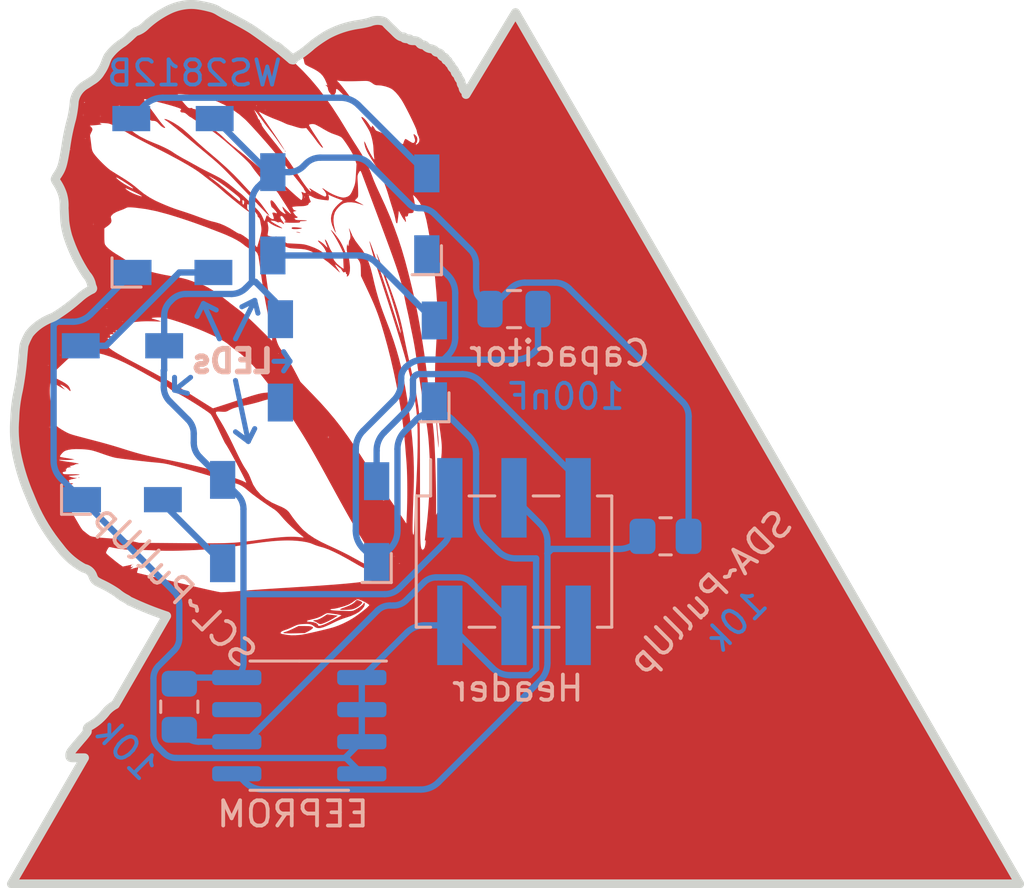
<source format=kicad_pcb>
(kicad_pcb (version 20211014) (generator pcbnew)
  (layers (0 "F.Cu" signal) (31 "B.Cu" signal) (34 "B.Paste" user) (35 "F.Paste" user) (36 "B.SilkS" user "B.Silkscreen") (37 "F.SilkS" user "F.Silkscreen") (38 "B.Mask" user) (39 "F.Mask" user) (44 "Edge.Cuts" user))
  (net 0 "")
  (net 1 "Net-(D1-Pad2)")
  (net 3 "/SDA")
  (net 4 "/SCL")
  (net 7 "+3V3")
  (net 8 "GND")
  (net 9 "LED_DATA")
  (net 10 "Net-(D2-Pad2)")
  (net 11 "Net-(D3-Pad2)")
  (net 12 "Net-(D4-Pad2)")
  (footprint "BamboulabFootprints:Butterfly Back No Soldermask" (layer "F.Cu") (at 115.661816 86.310817)
    (fp_text reference "G***" hide)
    (fp_text value "LOGO" hide)
  )
  (footprint "BamboulabFootprints:Butterfly Copper" (layer "F.Cu") (at 120.55 86.85)
    (fp_text reference "G***" hide)
    (fp_text value "LOGO" hide)
  )
  (footprint "BamboulabFootprints:Butterfly No Soldermask" (layer "F.Cu") (at 115.75 86.35)
    (fp_text reference "G***" hide)
    (fp_text value "LOGO" hide)
  )
  (footprint "Capacitor_SMD:C_0805_2012Metric" (layer "B.Cu") (at 120.5 81.5)
    (fp_text reference "Capacitor")
    (fp_text value "100nF")
  )
  (footprint "BamboulabFootprints:LED WS2812B 5mm Reverse Mount" (layer "B.Cu") (at 114.3 83.55 180)
    (fp_text reference "D5")
    (fp_text value "WS2812B")
  )
  (footprint "BamboulabFootprints:LED WS2812B 5mm Reverse Mount" (layer "B.Cu") (at 112.014 89.916 180)
    (fp_text reference "D1")
    (fp_text value "WS2812B")
  )
  (footprint "BamboulabFootprints:LED WS2812B 5mm Reverse Mount" (layer "B.Cu") (at 107 77 90)
    (fp_text reference "D3")
    (fp_text value "WS2812B")
  )
  (footprint "Package_SO:SOIC-8_3.9x4.9mm_P1.27mm" (layer "B.Cu") (at 112 98 180)
    (fp_text reference "EEPROM")
    (fp_text value "ZD24C08A-SSGMT")
  )
  (footprint "BamboulabFootprints:LED WS2812B 5mm Reverse Mount" (layer "B.Cu") (at 114 77.724 180)
    (fp_text reference "D4")
    (fp_text value "WS2812B")
  )
  (footprint "BamboulabFootprints:LED WS2812B 5mm Reverse Mount" (layer "B.Cu") (at 105 86 90)
    (fp_text reference "D2")
    (fp_text value "WS2812B")
  )
  (footprint "Resistor_SMD:R_0805_2012Metric" (layer "B.Cu") (at 107.25 97.25 90)
    (fp_text reference "SCL~PullUp")
    (fp_text value "10k")
  )
  (footprint "Resistor_SMD:R_0805_2012Metric" (layer "B.Cu") (at 126.5 90.5)
    (fp_text reference "SDA~PullUp")
    (fp_text value "10k")
  )
  (footprint "Connector_PinHeader_2.54mm:PinHeader_2x03_P2.54mm_Vertical_SMD" (layer "B.Cu") (at 120.5 91.5 -90)
    (fp_text reference "Header")
    (fp_text value "SA02")
  )
  (gr_line (start 109.982 86.741) (end 109.474 86.36) (layer "B.Cu") (width 0.2))
  (gr_line (start 111.633 83.566) (end 111.379 83.947) (layer "B.Cu") (width 0.2))
  (gr_line (start 109.474 82.677) (end 110.236 81.153) (layer "B.Cu") (width 0.2))
  (gr_line (start 107.061 84.709) (end 107.061 84.201) (layer "B.Cu") (width 0.2))
  (gr_line (start 108.204 81.28) (end 107.95 81.788) (layer "B.Cu") (width 0.2))
  (gr_line (start 111.633 83.566) (end 111.379 83.185) (layer "B.Cu") (width 0.2))
  (gr_line (start 110.236 81.153) (end 109.728 81.407) (layer "B.Cu") (width 0.2))
  (gr_line (start 107.696 84.201) (end 107.061 84.709) (layer "B.Cu") (width 0.2))
  (gr_line (start 108.839 82.677) (end 108.204 81.28) (layer "B.Cu") (width 0.2))
  (gr_line (start 107.061 84.709) (end 107.569 84.836) (layer "B.Cu") (width 0.2))
  (gr_line (start 110.236 81.153) (end 110.363 81.661) (layer "B.Cu") (width 0.2))
  (gr_line (start 109.474 84.328) (end 109.982 86.741) (layer "B.Cu") (width 0.2))
  (gr_line (start 109.982 86.741) (end 110.236 86.233) (layer "B.Cu") (width 0.2))
  (gr_line (start 108.204 81.28) (end 108.712 81.534) (layer "B.Cu") (width 0.2))
  (gr_line (start 110.998 83.566) (end 111.633 83.566) (layer "B.Cu") (width 0.2))
  (gr_line (start 111.123016 71.086564) (end 111.195174 71.144788) (layer "Edge.Cuts") (width 0.35388))
  (gr_line (start 111.472921 71.374264) (end 111.578359 71.464275) (layer "Edge.Cuts") (width 0.35388))
  (gr_line (start 111.578359 71.464275) (end 111.676748 71.550886) (layer "Edge.Cuts") (width 0.35388))
  (gr_line (start 111.720771 71.591011) (end 111.76 71.628) (layer "Edge.Cuts") (width 0.35388))
  (gr_line (start 111.195174 71.144788) (end 111.36852 71.286948) (layer "Edge.Cuts") (width 0.35388))
  (gr_line (start 111.76 71.628) (end 111.76 71.628) (layer "Edge.Cuts") (width 0.35388))
  (gr_line (start 111.36852 71.286948) (end 111.472921 71.374264) (layer "Edge.Cuts") (width 0.35388))
  (gr_poly (pts (xy 100.605697 104.266371) (xy 103.496898 99.273121) (xy 103.143018 99.273121) (xy 103.072325 99.272914) (xy 103.043271 99.272421) (xy 103.018054 99.271462) (xy 102.996403 99.269881) (xy 102.978049 99.267523) (xy 102.962722 99.264231) (xy 102.95611 99.262186) (xy 102.950153 99.25985) (xy 102.944819 99.257203) (xy 102.940072 99.254226) (xy 102.935881 99.250899) (xy 102.93221 99.247202) (xy 102.929027 99.243116) (xy 102.926297 99.238622) (xy 102.923988 99.233701) (xy 102.922064 99.228332) (xy 102.919241 99.216176) (xy 102.917558 99.201998) (xy 102.916745 99.185643) (xy 102.916535 99.166955) (xy 102.916689 99.157163) (xy 102.917191 99.147633) (xy 102.918098 99.138271) (xy 102.919465 99.128989) (xy 102.921351 99.119693) (xy 102.923813 99.110293) (xy 102.926907 99.100698) (xy 102.93069 99.090815) (xy 102.93522 99.080554) (xy 102.940553 99.069823) (xy 102.946747 99.058531) (xy 102.953858 99.046587) (xy 102.961944 99.033898) (xy 102.971061 99.020375) (xy 102.981267 99.005925) (xy 102.992619 98.990456) (xy 103.018987 98.956101) (xy 103.050622 98.916577) (xy 103.08798 98.871154) (xy 103.131517 98.819101) (xy 103.376579 98.529969) (xy 103.407004 98.496319) (xy 103.436838 98.462157) (xy 103.466074 98.42749) (xy 103.494706 98.392326) (xy 103.522727 98.356674) (xy 103.550131 98.320541) (xy 103.576911 98.283936) (xy 103.603062 98.246865) (xy 103.604406 98.241412) (xy 103.605572 98.235928) (xy 103.606558 98.230418) (xy 103.607364 98.224887) (xy 103.607992 98.219338) (xy 103.60844 98.213776) (xy 103.608709 98.208205) (xy 103.608799 98.20263) (xy 103.608709 98.197055) (xy 103.60844 98.191484) (xy 103.607992 98.185922) (xy 103.607364 98.180373) (xy 103.606558 98.174841) (xy 103.605572 98.169331) (xy 103.604406 98.163847) (xy 103.603062 98.158394) (xy 103.603292 98.146768) (xy 103.604071 98.135717) (xy 103.604709 98.13038) (xy 103.605534 98.125153) (xy 103.606565 98.120027) (xy 103.607817 98.114989) (xy 103.609307 98.110029) (xy 103.611053 98.105135) (xy 103.613071 98.100298) (xy 103.615378 98.095505) (xy 103.617991 98.090745) (xy 103.620927 98.086009) (xy 103.624202 98.081284) (xy 103.627833 98.07656) (xy 103.631838 98.071825) (xy 103.636233 98.067069) (xy 103.641034 98.062281) (xy 103.64626 98.057449) (xy 103.651926 98.052563) (xy 103.65805 98.047611) (xy 103.664647 98.042583) (xy 103.671736 98.037467) (xy 103.679334 98.032253) (xy 103.687456 98.026929) (xy 103.705341 98.01591) (xy 103.725529 98.00432) (xy 103.748153 97.992071) (xy 103.792792 97.965068) (xy 103.836694 97.936989) (xy 103.879842 97.907851) (xy 103.922218 97.87767) (xy 103.963803 97.846462) (xy 104.004579 97.814242) (xy 104.044529 97.781029) (xy 104.083634 97.746837) (xy 104.121877 97.711682) (xy 104.159238 97.675582) (xy 104.195701 97.638551) (xy 104.231248 97.600607) (xy 104.265859 97.561766) (xy 104.299517 97.522043) (xy 104.332205 97.481455) (xy 104.363903 97.440018) (xy 104.382867 97.419044) (xy 104.402293 97.398534) (xy 104.422171 97.378495) (xy 104.442495 97.358934) (xy 104.463253 97.339857) (xy 104.484438 97.321272) (xy 104.506041 97.303186) (xy 104.528052 97.285605) (xy 104.550463 97.268536) (xy 104.573264 97.251987) (xy 104.596448 97.235965) (xy 104.620005 97.220475) (xy 104.643926 97.205527) (xy 104.668202 97.191125) (xy 104.692824 97.177277) (xy 104.717784 97.163991) (xy 105.333536 96.102352) (xy 106.749056 93.653503) (xy 106.56427 93.590933) (xy 106.380521 93.525487) (xy 106.197843 93.457177) (xy 106.01627 93.386017) (xy 105.835834 93.312019) (xy 105.65657 93.235198) (xy 105.478509 93.155566) (xy 105.301686 93.073137) (xy 105.283993 93.073137) (xy 105.267086 93.059028) (xy 105.249808 93.045398) (xy 105.232168 93.032252) (xy 105.214176 93.019599) (xy 105.195844 93.007446) (xy 105.17718 92.995798) (xy 105.158196 92.984664) (xy 105.138902 92.974051) (xy 105.091536 92.949332) (xy 105.045001 92.923164) (xy 104.999327 92.89557) (xy 104.954547 92.866571) (xy 104.910695 92.836189) (xy 104.867801 92.804444) (xy 104.8259 92.77136) (xy 104.785022 92.736956) (xy 104.704676 92.683295) (xy 104.623212 92.63141) (xy 104.540662 92.581315) (xy 104.457055 92.533029) (xy 104.37242 92.486568) (xy 104.286788 92.441948) (xy 104.200187 92.399187) (xy 104.112648 92.3583) (xy 104.049254 92.325262) (xy 104.022357 92.310434) (xy 103.998301 92.296372) (xy 103.976816 92.282808) (xy 103.957633 92.269472) (xy 103.940481 92.256095) (xy 103.925093 92.242406) (xy 103.911197 92.228137) (xy 103.898524 92.213017) (xy 103.886805 92.196778) (xy 103.875771 92.17915) (xy 103.865151 92.159863) (xy 103.854676 92.138647) (xy 103.844077 92.115233) (xy 103.833084 92.089352) (xy 103.823225 92.058727) (xy 103.811337 92.029143) (xy 103.797505 92.000676) (xy 103.781812 91.973403) (xy 103.764344 91.947402) (xy 103.745185 91.92275) (xy 103.72442 91.899522) (xy 103.702133 91.877798) (xy 103.678409 91.857652) (xy 103.653332 91.839163) (xy 103.626987 91.822407) (xy 103.599459 91.807461) (xy 103.570832 91.794402) (xy 103.541191 91.783308) (xy 103.51062 91.774254) (xy 103.479204 91.767319) (xy 103.41182 91.730491) (xy 103.345545 91.691899) (xy 103.28041 91.651572) (xy 103.216449 91.609536) (xy 103.153692 91.565818) (xy 103.092171 91.520446) (xy 103.03192 91.473447) (xy 102.97297 91.424848) (xy 102.915352 91.374676) (xy 102.859099 91.322958) (xy 102.804243 91.269721) (xy 102.750816 91.214992) (xy 102.69885 91.158799) (xy 102.648377 91.101169) (xy 102.599428 91.042128) (xy 102.552037 90.981704) (xy 102.353864 90.730451) (xy 102.205627 90.531247) (xy 102.064633 90.327133) (xy 101.930996 90.118311) (xy 101.80483 89.904981) (xy 101.686249 89.687343) (xy 101.575367 89.465599) (xy 101.472297 89.239948) (xy 101.377155 89.010593) (xy 101.297975 88.819057) (xy 101.265186 88.740374) (xy 101.242682 88.688563) (xy 101.173812 88.509088) (xy 101.109033 88.328176) (xy 101.048365 88.145894) (xy 100.991828 87.962315) (xy 100.939443 87.777508) (xy 100.891231 87.591543) (xy 100.847213 87.404491) (xy 100.80741 87.216423) (xy 100.778169 87.045471) (xy 100.75474 86.873776) (xy 100.73713 86.701486) (xy 100.725347 86.528749) (xy 100.719398 86.355713) (xy 100.719291 86.182526) (xy 100.725033 86.009335) (xy 100.736633 85.836289) (xy 100.742589 85.693844) (xy 100.752042 85.551653) (xy 100.764983 85.40978) (xy 100.781404 85.268288) (xy 100.801296 85.127243) (xy 100.824652 84.986707) (xy 100.851464 84.846745) (xy 100.881722 84.707422) (xy 100.912134 84.540948) (xy 100.940182 84.374089) (xy 100.965863 84.206868) (xy 100.989175 84.03931) (xy 101.010115 83.87144) (xy 101.028678 83.703281) (xy 101.044861 83.534859) (xy 101.058662 83.366197) (xy 101.072321 83.212043) (xy 101.085647 83.077792) (xy 101.096982 82.978043) (xy 101.101385 82.945668) (xy 101.104668 82.927394) (xy 101.125794 82.869017) (xy 101.148366 82.811216) (xy 101.172371 82.754016) (xy 101.197796 82.697445) (xy 101.22463 82.641527) (xy 101.252859 82.58629) (xy 101.282473 82.531761) (xy 101.313458 82.477965) (xy 101.337036 82.449276) (xy 101.361132 82.421049) (xy 101.385736 82.393291) (xy 101.410844 82.366009) (xy 101.436446 82.339208) (xy 101.462537 82.312896) (xy 101.489109 82.287079) (xy 101.516155 82.261764) (xy 101.543667 82.236956) (xy 101.57164 82.212664) (xy 101.600065 82.188892) (xy 101.628935 82.165649) (xy 101.658244 82.142939) (xy 101.687984 82.120771) (xy 101.718148 82.099149) (xy 101.74873 82.078082) (xy 101.802096 82.043729) (xy 101.856326 82.010819) (xy 101.911388 81.979368) (xy 101.967254 81.949389) (xy 102.023893 81.9209) (xy 102.081276 81.893915) (xy 102.139374 81.868449) (xy 102.198157 81.844518) (xy 102.217086 81.836852) (xy 102.235806 81.828713) (xy 102.254309 81.820106) (xy 102.272585 81.811036) (xy 102.290625 81.801506) (xy 102.308422 81.791521) (xy 102.325966 81.781086) (xy 102.343248 81.770205) (xy 102.467453 81.690732) (xy 102.589871 81.608626) (xy 102.710462 81.52392) (xy 102.829184 81.436642) (xy 102.945997 81.346826) (xy 103.060859 81.2545) (xy 103.17373 81.159697) (xy 103.284568 81.062447) (xy 103.311483 81.038192) (xy 103.33879 81.014408) (xy 103.366484 80.991099) (xy 103.394558 80.96827) (xy 103.423006 80.945925) (xy 103.45182 80.924068) (xy 103.480996 80.902704) (xy 103.510527 80.881837) (xy 103.540405 80.861472) (xy 103.570625 80.841613) (xy 103.601181 80.822265) (xy 103.632066 80.803432) (xy 103.663274 80.785118) (xy 103.694797 80.767327) (xy 103.726631 80.750065) (xy 103.758769 80.733336) (xy 103.771299 80.728178) (xy 103.782372 80.723258) (xy 103.792026 80.718484) (xy 103.796331 80.716122) (xy 103.800295 80.713762) (xy 103.803922 80.711391) (xy 103.807216 80.708998) (xy 103.810182 80.706571) (xy 103.812826 80.704099) (xy 103.81515 80.70157) (xy 103.81716 80.698973) (xy 103.818861 80.696295) (xy 103.820256 80.693524) (xy 103.82135 80.690651) (xy 103.822149 80.687662) (xy 103.822656 80.684546) (xy 103.822875 80.681291) (xy 103.822812 80.677886) (xy 103.822472 80.674319) (xy 103.821858 80.670578) (xy 103.820974 80.666652) (xy 103.819827 80.662529) (xy 103.81842 80.658197) (xy 103.814844 80.648861) (xy 103.810283 80.638551) (xy 103.804773 80.627173) (xy 103.798383 80.610382) (xy 103.792423 80.593444) (xy 103.786896 80.576365) (xy 103.781805 80.559154) (xy 103.777153 80.54182) (xy 103.77294 80.524371) (xy 103.769171 80.506814) (xy 103.765846 80.489159) (xy 103.759042 80.464466) (xy 103.75148 80.44004) (xy 103.743171 80.415897) (xy 103.734124 80.392055) (xy 103.724347 80.368528) (xy 103.713849 80.345335) (xy 103.70264 80.32249) (xy 103.690728 80.30001) (xy 103.678122 80.277912) (xy 103.664832 80.256212) (xy 103.650865 80.234926) (xy 103.636232 80.21407) (xy 103.620942 80.193661) (xy 103.605002 80.173716) (xy 103.588423 80.154249) (xy 103.571212 80.135279) (xy 103.457165 79.95755) (xy 103.349378 79.776173) (xy 103.247933 79.591314) (xy 103.152912 79.403142) (xy 103.064395 79.211824) (xy 102.982463 79.017528) (xy 102.907198 78.820422) (xy 102.83868 78.620673) (xy 102.817414 78.544964) (xy 102.79779 78.468842) (xy 102.779813 78.392333) (xy 102.763489 78.315464) (xy 102.748822 78.238261) (xy 102.735818 78.160752) (xy 102.724483 78.082962) (xy 102.714822 78.00492) (xy 102.690051 77.491794) (xy 102.692593 77.423755) (xy 102.692239 77.355763) (xy 102.689001 77.287908) (xy 102.682887 77.220282) (xy 102.67391 77.152976) (xy 102.662077 77.086082) (xy 102.647401 77.019691) (xy 102.629891 76.953896) (xy 102.607964 76.889777) (xy 102.583778 76.826545) (xy 102.557359 76.76426) (xy 102.528738 76.70298) (xy 102.497941 76.642763) (xy 102.464999 76.583668) (xy 102.429939 76.525754) (xy 102.392791 76.469079) (xy 102.388079 76.462647) (xy 102.383518 76.456116) (xy 102.379107 76.44949) (xy 102.37485 76.44277) (xy 102.370747 76.435959) (xy 102.366799 76.429061) (xy 102.363008 76.422077) (xy 102.359375 76.415011) (xy 102.355902 76.407866) (xy 102.35259 76.400643) (xy 102.34944 76.393346) (xy 102.346454 76.385977) (xy 102.343632 76.378539) (xy 102.340977 76.371035) (xy 102.338489 76.363467) (xy 102.336171 76.355838) (xy 102.345324 76.332723) (xy 102.355298 76.309976) (xy 102.366081 76.28762) (xy 102.377661 76.265675) (xy 102.390027 76.244163) (xy 102.403166 76.223105) (xy 102.417067 76.202523) (xy 102.431719 76.182437) (xy 102.462668 76.134769) (xy 102.49071 76.089225) (xy 102.51617 76.044698) (xy 102.539376 76.000078) (xy 102.560652 75.954255) (xy 102.580327 75.90612) (xy 102.598727 75.854564) (xy 102.616179 75.798477) (xy 102.633008 75.73675) (xy 102.649541 75.668274) (xy 102.666106 75.591939) (xy 102.683029 75.506636) (xy 102.700636 75.411256) (xy 102.719253 75.30469) (xy 102.760827 75.053559) (xy 102.78119 74.915768) (xy 102.803835 74.778363) (xy 102.828757 74.64137) (xy 102.85595 74.50482) (xy 102.885407 74.368741) (xy 102.917124 74.23316) (xy 102.951094 74.098107) (xy 102.98731 73.963611) (xy 103.006453 73.876106) (xy 103.023926 73.788278) (xy 103.039724 73.70015) (xy 103.053844 73.611746) (xy 103.066282 73.52309) (xy 103.077036 73.434206) (xy 103.086101 73.345117) (xy 103.093474 73.255848) (xy 103.104326 73.204183) (xy 103.117981 73.153494) (xy 103.13437 73.103879) (xy 103.153422 73.055437) (xy 103.175067 73.008264) (xy 103.199233 72.962458) (xy 103.225851 72.918119) (xy 103.254851 72.875343) (xy 103.286162 72.834228) (xy 103.319713 72.794873) (xy 103.355435 72.757375) (xy 103.393257 72.721832) (xy 103.433108 72.688342) (xy 103.474918 72.657003) (xy 103.518617 72.627913) (xy 103.564134 72.601169) (xy 103.591857 72.584194) (xy 103.621364 72.56556) (xy 103.682242 72.52597) (xy 103.787079 72.456078) (xy 103.814327 72.439716) (xy 103.840975 72.422504) (xy 103.867003 72.404459) (xy 103.892396 72.385598) (xy 103.917134 72.36594) (xy 103.9412 72.345503) (xy 103.964576 72.324305) (xy 103.987244 72.302363) (xy 104.009186 72.279695) (xy 104.030384 72.256319) (xy 104.050821 72.232253) (xy 104.070479 72.207515) (xy 104.08934 72.182122) (xy 104.107385 72.156093) (xy 104.124598 72.129446) (xy 104.140959 72.102198) (xy 104.168956 72.060718) (xy 104.195563 72.018379) (xy 104.220761 71.975219) (xy 104.244532 71.931271) (xy 104.266858 71.886571) (xy 104.287719 71.841156) (xy 104.307099 71.79506) (xy 104.324977 71.748318) (xy 104.335397 71.716598) (xy 104.346385 71.685078) (xy 104.357937 71.653768) (xy 104.370051 71.622673) (xy 104.382724 71.591801) (xy 104.395952 71.561161) (xy 104.409733 71.530759) (xy 104.424064 71.500603) (xy 104.455046 71.45851) (xy 104.487021 71.417236) (xy 104.519971 71.376796) (xy 104.553878 71.337208) (xy 104.588725 71.298487) (xy 104.624496 71.260649) (xy 104.661173 71.223711) (xy 104.698739 71.187688) (xy 104.737177 71.152597) (xy 104.776468 71.118453) (xy 104.816597 71.085273) (xy 104.857546 71.053073) (xy 104.899298 71.021869) (xy 104.941836 70.991677) (xy 104.985142 70.962513) (xy 105.029199 70.934394) (xy 105.068774 70.903013) (xy 105.107922 70.87111) (xy 105.146637 70.83869) (xy 105.184913 70.805757) (xy 105.222746 70.772315) (xy 105.26013 70.73837) (xy 105.297061 70.703925) (xy 105.333533 70.668986) (xy 105.381736 70.623506) (xy 105.42123 70.587149) (xy 105.453592 70.558756) (xy 105.46759 70.547182) (xy 105.480396 70.537163) (xy 105.492206 70.528554) (xy 105.503218 70.521211) (xy 105.513629 70.514987) (xy 105.523636 70.509737) (xy 105.533435 70.505317) (xy 105.543223 70.501581) (xy 105.553199 70.498385) (xy 105.563558 70.495582) (xy 105.588555 70.486483) (xy 105.613236 70.476666) (xy 105.637585 70.466142) (xy 105.661589 70.454919) (xy 105.685233 70.443006) (xy 105.708503 70.430413) (xy 105.731385 70.417149) (xy 105.753862 70.403223) (xy 105.775923 70.388644) (xy 105.797551 70.373422) (xy 105.818733 70.357566) (xy 105.839453 70.341085) (xy 105.859699 70.323989) (xy 105.879454 70.306286) (xy 105.898706 70.287986) (xy 105.917438 70.269099) (xy 105.967753 70.223268) (xy 106.018854 70.178374) (xy 106.070727 70.134425) (xy 106.123358 70.09143) (xy 106.176735 70.0494) (xy 106.230844 70.008342) (xy 106.285672 69.968268) (xy 106.341204 69.929185) (xy 106.397427 69.891103) (xy 106.454328 69.854032) (xy 106.511894 69.817981) (xy 106.57011 69.782959) (xy 106.628964 69.748975) (xy 106.688441 69.716039) (xy 106.748529 69.68416) (xy 106.809214 69.653347) (xy 106.847938 69.634443) (xy 106.887016 69.616359) (xy 106.926436 69.5991) (xy 106.966182 69.582669) (xy 107.006244 69.567072) (xy 107.046606 69.552311) (xy 107.087257 69.538392) (xy 107.128182 69.525317) (xy 107.16937 69.513092) (xy 107.210805 69.50172) (xy 107.252476 69.491206) (xy 107.294368 69.481553) (xy 107.33647 69.472765) (xy 107.378767 69.464847) (xy 107.421246 69.457802) (xy 107.463894 69.451635) (xy 107.529132 69.443263) (xy 107.594567 69.437282) (xy 107.660133 69.433694) (xy 107.725765 69.432498) (xy 107.791397 69.433694) (xy 107.856963 69.437282) (xy 107.922398 69.443263) (xy 107.987637 69.451635) (xy 108.048423 69.460788) (xy 108.109052 69.470868) (xy 108.169512 69.481875) (xy 108.229792 69.493805) (xy 108.289883 69.506657) (xy 108.349774 69.520428) (xy 108.409454 69.535117) (xy 108.468913 69.550721) (xy 108.492466 69.556502) (xy 108.515866 69.562796) (xy 108.539104 69.569601) (xy 108.562172 69.576912) (xy 108.585062 69.584726) (xy 108.607766 69.593039) (xy 108.630276 69.601849) (xy 108.652584 69.611152) (xy 108.674682 69.620944) (xy 108.696561 69.631221) (xy 108.718213 69.641981) (xy 108.739631 69.653219) (xy 108.760806 69.664933) (xy 108.78173 69.677118) (xy 108.802395 69.689772) (xy 108.822793 69.70289) (xy 108.858068 69.724166) (xy 108.893639 69.74493) (xy 108.929501 69.765179) (xy 108.965648 69.78491) (xy 109.002074 69.804121) (xy 109.038774 69.822807) (xy 109.075743 69.840968) (xy 109.112975 69.858598) (xy 109.414879 70.014416) (xy 109.704839 70.170897) (xy 109.837876 70.245447) (xy 109.958969 70.315435) (xy 110.065133 70.379285) (xy 110.153382 70.435422) (xy 110.337344 70.563925) (xy 110.632447 70.776032) (xy 110.932195 70.994774) (xy 111.130091 71.143183) (xy 111.386654 71.356838) (xy 111.57797 71.517909) (xy 111.651649 71.581089) (xy 111.696298 71.620921) (xy 112.050179 71.405054) (xy 112.108252 71.363834) (xy 112.165677 71.321738) (xy 112.222443 71.278772) (xy 112.278542 71.234944) (xy 112.333963 71.190263) (xy 112.388698 71.144736) (xy 112.442735 71.098371) (xy 112.496065 71.051175) (xy 112.570079 70.993279) (xy 112.645102 70.936733) (xy 112.721113 70.881549) (xy 112.798095 70.827741) (xy 112.876029 70.775321) (xy 112.954896 70.724302) (xy 113.034678 70.674697) (xy 113.115355 70.626519) (xy 113.187792 70.588483) (xy 113.261 70.552112) (xy 113.334948 70.517415) (xy 113.409607 70.484403) (xy 113.484949 70.453085) (xy 113.560943 70.42347) (xy 113.637562 70.395568) (xy 113.714775 70.369388) (xy 113.792554 70.34494) (xy 113.87087 70.322233) (xy 113.949693 70.301277) (xy 114.028994 70.282082) (xy 114.108744 70.264656) (xy 114.188914 70.24901) (xy 114.269475 70.235153) (xy 114.350398 70.223095) (xy 114.406771 70.214305) (xy 114.462983 70.204609) (xy 114.519024 70.19401) (xy 114.574883 70.18251) (xy 114.63055 70.170112) (xy 114.686013 70.156817) (xy 114.741262 70.142628) (xy 114.796286 70.127547) (xy 114.826232 70.115421) (xy 114.856561 70.104573) (xy 114.887233 70.095006) (xy 114.918207 70.086723) (xy 114.949444 70.079727) (xy 114.980901 70.074021) (xy 115.012541 70.069609) (xy 115.044321 70.066493) (xy 115.076202 70.064677) (xy 115.108143 70.064164) (xy 115.140104 70.064957) (xy 115.172045 70.067059) (xy 115.203925 70.070473) (xy 115.235704 70.075203) (xy 115.267341 70.081251) (xy 115.298798 70.08862) (xy 115.310322 70.092183) (xy 115.321662 70.096193) (xy 115.332807 70.100642) (xy 115.343744 70.105522) (xy 115.354461 70.110826) (xy 115.364948 70.116544) (xy 115.375191 70.122669) (xy 115.38518 70.129193) (xy 115.394902 70.136108) (xy 115.404346 70.143406) (xy 115.413499 70.151079) (xy 115.422351 70.159118) (xy 115.430889 70.167517) (xy 115.439102 70.176266) (xy 115.446977 70.185357) (xy 115.454504 70.194784) (xy 115.470484 70.211925) (xy 115.488786 70.231057) (xy 115.508747 70.251515) (xy 115.529704 70.272638) (xy 115.550992 70.29376) (xy 115.571949 70.314218) (xy 115.59191 70.33335) (xy 115.610212 70.350491) (xy 115.651626 70.389363) (xy 115.702662 70.438519) (xy 115.729818 70.465191) (xy 115.757016 70.49232) (xy 115.783467 70.519199) (xy 115.808384 70.545125) (xy 115.831624 70.568067) (xy 115.853636 70.589153) (xy 115.874517 70.608435) (xy 115.894366 70.625965) (xy 115.913283 70.641794) (xy 115.931365 70.655975) (xy 115.948711 70.66856) (xy 115.965419 70.6796) (xy 115.981588 70.689147) (xy 115.997316 70.697252) (xy 116.012703 70.703969) (xy 116.027845 70.709348) (xy 116.042843 70.713441) (xy 116.057794 70.716301) (xy 116.072796 70.717979) (xy 116.087949 70.718527) (xy 116.113751 70.718575) (xy 116.131134 70.718914) (xy 116.137149 70.719283) (xy 116.141633 70.719833) (xy 116.144781 70.720601) (xy 116.145913 70.721078) (xy 116.146783 70.721623) (xy 116.147414 70.722241) (xy 116.147831 70.722935) (xy 116.148057 70.723712) (xy 116.148117 70.724574) (xy 116.147832 70.726576) (xy 116.14717 70.728977) (xy 116.145476 70.735122) (xy 116.144829 70.738938) (xy 116.144571 70.743298) (xy 116.144603 70.74782) (xy 116.144826 70.752104) (xy 116.14507 70.754159) (xy 116.145434 70.756159) (xy 116.145941 70.758104) (xy 116.146617 70.759997) (xy 116.147484 70.761837) (xy 116.148567 70.763627) (xy 116.149889 70.765368) (xy 116.151475 70.76706) (xy 116.15335 70.768707) (xy 116.155535 70.770307) (xy 116.158057 70.771864) (xy 116.160938 70.773378) (xy 116.164202 70.77485) (xy 116.167874 70.776282) (xy 116.171978 70.777676) (xy 116.176537 70.779032) (xy 116.181576 70.780351) (xy 116.187118 70.781636) (xy 116.193188 70.782886) (xy 116.199809 70.784105) (xy 116.207006 70.785292) (xy 116.214801 70.78645) (xy 116.223221 70.787579) (xy 116.232287 70.78868) (xy 116.242025 70.789756) (xy 116.252458 70.790808) (xy 116.26361 70.791836) (xy 116.275506 70.792841) (xy 116.317363 70.795952) (xy 116.346282 70.797818) (xy 116.364584 70.799186) (xy 116.37048 70.799917) (xy 116.374593 70.800804) (xy 116.377212 70.801939) (xy 116.378629 70.803416) (xy 116.379134 70.805329) (xy 116.379016 70.807771) (xy 116.378077 70.814613) (xy 116.377835 70.819201) (xy 116.378132 70.824691) (xy 116.378629 70.827615) (xy 116.379453 70.830416) (xy 116.3806 70.833097) (xy 116.382065 70.83566) (xy 116.383844 70.838105) (xy 116.385931 70.840436) (xy 116.388324 70.842655) (xy 116.391016 70.844762) (xy 116.394004 70.846761) (xy 116.397282 70.848653) (xy 116.400847 70.85044) (xy 116.404694 70.852123) (xy 116.408818 70.853706) (xy 116.413215 70.85519) (xy 116.417881 70.856576) (xy 116.42281 70.857867) (xy 116.427998 70.859065) (xy 116.433441 70.860171) (xy 116.445072 70.862118) (xy 116.457668 70.863722) (xy 116.471191 70.865) (xy 116.485606 70.865967) (xy 116.500877 70.866638) (xy 116.516966 70.867029) (xy 116.533839 70.867156) (xy 116.549512 70.866654) (xy 116.565104 70.867016) (xy 116.580583 70.868229) (xy 116.595916 70.870281) (xy 116.61107 70.873158) (xy 116.626015 70.876848) (xy 116.640716 70.881337) (xy 116.655142 70.886614) (xy 116.669262 70.892665) (xy 116.683041 70.899477) (xy 116.696449 70.907038) (xy 116.709453 70.915335) (xy 116.722021 70.924356) (xy 116.73412 70.934086) (xy 116.745718 70.944514) (xy 116.756782 70.955626) (xy 116.759154 70.959847) (xy 116.761657 70.963965) (xy 116.764287 70.96798) (xy 116.767041 70.971889) (xy 116.769916 70.975689) (xy 116.772908 70.979379) (xy 116.776014 70.982957) (xy 116.77923 70.986421) (xy 116.782553 70.989768) (xy 116.785979 70.992997) (xy 116.789505 70.996106) (xy 116.793129 70.999092) (xy 116.796845 71.001953) (xy 116.800651 71.004688) (xy 116.804544 71.007295) (xy 116.80852 71.00977) (xy 116.812575 71.012113) (xy 116.816707 71.014322) (xy 116.820912 71.016393) (xy 116.825185 71.018326) (xy 116.829525 71.020117) (xy 116.833928 71.021766) (xy 116.838389 71.02327) (xy 116.842906 71.024626) (xy 116.847476 71.025834) (xy 116.852094 71.026891) (xy 116.856758 71.027794) (xy 116.861464 71.028542) (xy 116.866209 71.029133) (xy 116.870989 71.029564) (xy 116.875801 71.029834) (xy 116.880641 71.029941) (xy 116.890583 71.030226) (xy 116.900457 71.031061) (xy 116.910197 71.032414) (xy 116.919734 71.034254) (xy 116.929002 71.03655) (xy 116.937932 71.039272) (xy 116.946459 71.042387) (xy 116.954513 71.045866) (xy 116.962029 71.049676) (xy 116.968938 71.053787) (xy 116.975173 71.058167) (xy 116.980667 71.062786) (xy 116.985352 71.067612) (xy 116.989161 71.072614) (xy 116.990716 71.075172) (xy 116.992027 71.077762) (xy 116.993085 71.08038) (xy 116.993882 71.083023) (xy 117.002444 71.091759) (xy 117.011299 71.100155) (xy 117.020437 71.108205) (xy 117.029848 71.115902) (xy 117.039522 71.123241) (xy 117.049446 71.130215) (xy 117.059612 71.136819) (xy 117.070008 71.143045) (xy 117.080625 71.14889) (xy 117.09145 71.154345) (xy 117.102474 71.159405) (xy 117.113687 71.164065) (xy 117.125076 71.168317) (xy 117.136633 71.172156) (xy 117.148347 71.175576) (xy 117.160206 71.178571) (xy 117.174157 71.180518) (xy 117.188051 71.182797) (xy 117.201883 71.185405) (xy 117.215647 71.188341) (xy 117.229338 71.191604) (xy 117.242949 71.195193) (xy 117.256474 71.199106) (xy 117.269909 71.203342) (xy 117.294059 71.212037) (xy 117.304449 71.216017) (xy 117.313813 71.21982) (xy 117.322223 71.223499) (xy 117.329752 71.227105) (xy 117.336472 71.23069) (xy 117.342455 71.234307) (xy 117.347776 71.238006) (xy 117.352505 71.241841) (xy 117.356716 71.245861) (xy 117.360481 71.250121) (xy 117.363873 71.25467) (xy 117.366964 71.259562) (xy 117.369827 71.264848) (xy 117.372535 71.270579) (xy 117.375197 71.276347) (xy 117.377906 71.281721) (xy 117.380708 71.286722) (xy 117.38365 71.29137) (xy 117.386778 71.295686) (xy 117.388427 71.297726) (xy 117.39014 71.299691) (xy 117.391923 71.301584) (xy 117.393782 71.303407) (xy 117.395722 71.305162) (xy 117.39775 71.306852) (xy 117.399871 71.30848) (xy 117.402091 71.310049) (xy 117.404417 71.31156) (xy 117.406853 71.313017) (xy 117.409405 71.314423) (xy 117.412081 71.315779) (xy 117.414884 71.317088) (xy 117.417822 71.318353) (xy 117.424122 71.320762) (xy 117.43103 71.323026) (xy 117.43859 71.325165) (xy 117.44685 71.3272) (xy 117.492018 71.339427) (xy 117.510899 71.34489) (xy 117.527524 71.350037) (xy 117.542055 71.354955) (xy 117.554652 71.359734) (xy 117.565477 71.364461) (xy 117.574689 71.369224) (xy 117.58245 71.374111) (xy 117.58892 71.379211) (xy 117.594261 71.384612) (xy 117.598631 71.390401) (xy 117.602194 71.396667) (xy 117.605108 71.403499) (xy 117.607535 71.410983) (xy 117.609635 71.419209) (xy 117.610987 71.424043) (xy 117.61251 71.428796) (xy 117.614198 71.433467) (xy 117.61605 71.438052) (xy 117.620227 71.446951) (xy 117.625011 71.455467) (xy 117.630375 71.463574) (xy 117.636288 71.471245) (xy 117.642723 71.478456) (xy 117.649651 71.485178) (xy 117.657042 71.491388) (xy 117.664867 71.497058) (xy 117.673099 71.502163) (xy 117.681708 71.506676) (xy 117.690665 71.510572) (xy 117.699942 71.513825) (xy 117.704691 71.515202) (xy 117.70951 71.516408) (xy 117.714393 71.51744) (xy 117.719339 71.518295) (xy 117.723372 71.518567) (xy 117.727369 71.519036) (xy 117.731323 71.5197) (xy 117.735228 71.520555) (xy 117.739078 71.521598) (xy 117.742866 71.522826) (xy 117.746585 71.524236) (xy 117.750228 71.525825) (xy 117.75379 71.52759) (xy 117.757263 71.529528) (xy 117.760641 71.531636) (xy 117.763918 71.533911) (xy 117.767086 71.536349) (xy 117.77014 71.538948) (xy 117.773073 71.541704) (xy 117.775877 71.544615) (xy 117.778534 71.547662) (xy 117.781026 71.550823) (xy 117.78335 71.55409) (xy 117.785505 71.557459) (xy 117.787486 71.56092) (xy 117.789293 71.564469) (xy 117.790922 71.568097) (xy 117.792372 71.571799) (xy 117.793639 71.575567) (xy 117.794721 71.579394) (xy 117.795615 71.583274) (xy 117.79632 71.5872) (xy 117.796833 71.591165) (xy 117.79715 71.595162) (xy 117.797271 71.599185) (xy 117.797191 71.603227) (xy 117.797267 71.613041) (xy 117.797448 71.617378) (xy 117.7978 71.621363) (xy 117.798379 71.625016) (xy 117.798773 71.626724) (xy 117.799244 71.628358) (xy 117.799801 71.629918) (xy 117.800451 71.631409) (xy 117.801201 71.632833) (xy 117.802057 71.634191) (xy 117.803028 71.635488) (xy 117.80412 71.636724) (xy 117.80534 71.637904) (xy 117.806695 71.639029) (xy 117.808193 71.640103) (xy 117.809841 71.641127) (xy 117.811646 71.642105) (xy 117.813614 71.643038) (xy 117.815754 71.64393) (xy 117.818072 71.644783) (xy 117.820575 71.6456) (xy 117.82327 71.646383) (xy 117.829267 71.647859) (xy 117.83612 71.649231) (xy 117.860504 71.653102) (xy 117.865291 71.654095) (xy 117.869648 71.655327) (xy 117.87168 71.656068) (xy 117.873621 71.656912) (xy 117.875479 71.657872) (xy 117.877258 71.658963) (xy 117.878964 71.660199) (xy 117.880604 71.661594) (xy 117.882182 71.663164) (xy 117.883706 71.664921) (xy 117.885181 71.66688) (xy 117.886612 71.669056) (xy 117.888005 71.671462) (xy 117.889367 71.674113) (xy 117.890703 71.677024) (xy 117.892018 71.680208) (xy 117.89332 71.683679) (xy 117.894613 71.687453) (xy 117.897197 71.695963) (xy 117.899817 71.705852) (xy 117.90303 71.711698) (xy 117.906349 71.71748) (xy 117.909775 71.723194) (xy 117.913306 71.728841) (xy 117.916942 71.734418) (xy 117.920681 71.739925) (xy 117.924522 71.745359) (xy 117.928465 71.75072) (xy 117.932507 71.756005) (xy 117.936648 71.761214) (xy 117.940888 71.766345) (xy 117.945224 71.771397) (xy 117.949656 71.776368) (xy 117.954183 71.781257) (xy 117.958804 71.786063) (xy 117.963517 71.790783) (xy 117.968414 71.794788) (xy 117.973147 71.798961) (xy 117.977712 71.803298) (xy 117.982107 71.807794) (xy 117.986326 71.812443) (xy 117.990367 71.81724) (xy 117.994226 71.822179) (xy 117.997898 71.827256) (xy 118.001381 71.832465) (xy 118.00467 71.8378) (xy 118.007763 71.843257) (xy 118.010654 71.84883) (xy 118.013341 71.854513) (xy 118.01582 71.860302) (xy 118.018087 71.866191) (xy 118.020138 71.872175) (xy 118.022841 71.879271) (xy 118.025758 71.886267) (xy 118.028886 71.893159) (xy 118.032223 71.899943) (xy 118.035764 71.906614) (xy 118.039508 71.913167) (xy 118.04345 71.919599) (xy 118.047588 71.925905) (xy 118.051919 71.93208) (xy 118.05644 71.938119) (xy 118.061147 71.944019) (xy 118.066038 71.949774) (xy 118.07111 71.955381) (xy 118.076359 71.960834) (xy 118.081782 71.96613) (xy 118.087377 71.971263) (xy 118.094329 71.977223) (xy 118.101028 71.983431) (xy 118.107469 71.989878) (xy 118.113647 71.996555) (xy 118.119556 72.003454) (xy 118.12519 72.010567) (xy 118.130544 72.017884) (xy 118.135612 72.025399) (xy 118.14039 72.033101) (xy 118.144871 72.040984) (xy 118.149051 72.049038) (xy 118.152923 72.057254) (xy 118.156483 72.065625) (xy 118.159724 72.074143) (xy 118.162642 72.082797) (xy 118.16523 72.091581) (xy 118.166693 72.098922) (xy 118.168491 72.106158) (xy 118.170618 72.113279) (xy 118.173068 72.120274) (xy 118.175835 72.127134) (xy 118.178913 72.133847) (xy 118.182294 72.140403) (xy 118.185974 72.146793) (xy 118.189946 72.153006) (xy 118.194203 72.159031) (xy 118.198739 72.164858) (xy 118.203548 72.170477) (xy 118.208624 72.175878) (xy 118.213961 72.181051) (xy 118.219551 72.185984) (xy 118.22539 72.190668) (xy 118.231512 72.195777) (xy 118.237377 72.201137) (xy 118.242979 72.206738) (xy 118.248311 72.212569) (xy 118.253369 72.218621) (xy 118.258145 72.224883) (xy 118.262633 72.231345) (xy 118.266828 72.237997) (xy 118.270723 72.244828) (xy 118.274313 72.25183) (xy 118.27759 72.25899) (xy 118.28055 72.266301) (xy 118.283186 72.27375) (xy 118.285491 72.281328) (xy 118.287461 72.289026) (xy 118.289088 72.296832) (xy 118.291256 72.303244) (xy 118.293552 72.309606) (xy 118.295976 72.315916) (xy 118.298526 72.322172) (xy 118.301201 72.328373) (xy 118.304001 72.334516) (xy 118.306924 72.3406) (xy 118.30997 72.346622) (xy 118.313137 72.352582) (xy 118.316425 72.358477) (xy 118.319833 72.364305) (xy 118.323359 72.370065) (xy 118.327003 72.375754) (xy 118.330763 72.38137) (xy 118.33464 72.386913) (xy 118.338631 72.39238) (xy 118.346 72.400175) (xy 118.352978 72.40827) (xy 118.359558 72.416648) (xy 118.365733 72.425296) (xy 118.371498 72.434198) (xy 118.376845 72.443338) (xy 118.381767 72.452702) (xy 118.386259 72.462275) (xy 118.390312 72.472041) (xy 118.393921 72.481985) (xy 118.397079 72.492092) (xy 118.399779 72.502348) (xy 118.402015 72.512736) (xy 118.40378 72.523243) (xy 118.405066 72.533852) (xy 118.405869 72.544548) (xy 118.406583 72.550052) (xy 118.407475 72.555519) (xy 118.408543 72.560946) (xy 118.409786 72.566328) (xy 118.411201 72.571661) (xy 118.412788 72.576942) (xy 118.414544 72.582165) (xy 118.416468 72.587328) (xy 118.418559 72.592425) (xy 118.420814 72.597453) (xy 118.423233 72.602408) (xy 118.425813 72.607285) (xy 118.428553 72.612082) (xy 118.431452 72.616792) (xy 118.434507 72.621413) (xy 118.437718 72.62594) (xy 118.442169 72.632032) (xy 118.446421 72.638249) (xy 118.45047 72.644586) (xy 118.454314 72.651039) (xy 118.457952 72.657603) (xy 118.461381 72.664271) (xy 118.464599 72.671041) (xy 118.467604 72.677905) (xy 118.470394 72.68486) (xy 118.472967 72.6919) (xy 118.47532 72.69902) (xy 118.477451 72.706215) (xy 118.479359 72.71348) (xy 118.481041 72.72081) (xy 118.482496 72.728199) (xy 118.48372 72.735644) (xy 118.484478 72.743971) (xy 118.485675 72.752203) (xy 118.487301 72.760325) (xy 118.48935 72.768321) (xy 118.491813 72.776177) (xy 118.494681 72.783876) (xy 118.497947 72.791404) (xy 118.501602 72.798744) (xy 118.505638 72.805882) (xy 118.510048 72.812802) (xy 118.514822 72.819489) (xy 118.519953 72.825927) (xy 118.525432 72.832101) (xy 118.531252 72.837996) (xy 118.537404 72.843595) (xy 118.543879 72.848885) (xy 118.549606 72.853842) (xy 118.55507 72.859045) (xy 118.560263 72.864482) (xy 118.565181 72.870142) (xy 118.569818 72.876015) (xy 118.574166 72.882089) (xy 118.578221 72.888354) (xy 118.581976 72.894799) (xy 118.585426 72.901412) (xy 118.588563 72.908183) (xy 118.591383 72.915101) (xy 118.593879 72.922155) (xy 118.596044 72.929334) (xy 118.597874 72.936626) (xy 118.599362 72.944022) (xy 118.600502 72.95151) (xy 118.600502 72.997515) (xy 120.560998 69.755972) (xy 140.516305 104.266371) (xy 100.605697 104.266371)) (layer "Edge.Cuts") (width 0.35388) (fill none))
  (gr_line (start 111.676748 71.550886) (end 111.720771 71.591011) (layer "Edge.Cuts") (width 0.35388))
  (gr_line (start 111.76 71.628) (end 111.76 71.628) (layer "Edge.Cuts") (width 0.35388))
  (gr_text "LEDs" (at 109.347 83.566) (layer "B.SilkS") (effects (font (size 0.9 0.9) (thickness 0.225)) (justify mirror)))
  (segment (start 106.6 89.201) (end 108.966 91.567) (width 0.25) (layer "B.Cu") (net 1))
  (segment (start 106.6 89.048) (end 106.6 89.201) (width 0.25) (layer "B.Cu") (net 1))
  (segment (start 121.531618 90.006618) (end 120.5 88.975) (width 0.25) (layer "B.Cu") (net 3))
  (segment (start 125.380393 90.707107) (end 125.5875 90.5) (width 0.25) (layer "B.Cu") (net 3))
  (segment (start 121.531618 96.217404) (end 117.512395 100.236627) (width 0.25) (layer "B.Cu") (net 3))
  (segment (start 122 91) (end 124.673286 91) (width 0.25) (layer "B.Cu") (net 3))
  (segment (start 121.824511 91.175489) (end 121.824511 90.713725) (width 0.25) (layer "B.Cu") (net 3))
  (segment (start 121.824511 95.510297) (end 121.824511 91.175489) (width 0.25) (layer "B.Cu") (net 3))
  (segment (start 109.856627 100.236627) (end 109.525 99.905) (width 0.25) (layer "B.Cu") (net 3))
  (segment (start 121.824511 91.175489) (end 122 91) (width 0.25) (layer "B.Cu") (net 3))
  (segment (start 116.805288 100.52952) (end 110.563734 100.52952) (width 0.25) (layer "B.Cu") (net 3))
  (arc (start 121.824511 90.713725) (mid 121.748391 90.331042) (end 121.531618 90.006618) (width 0.25) (layer "B.Cu") (net 3))
  (arc (start 110.563734 100.52952) (mid 110.181051 100.4534) (end 109.856627 100.236627) (width 0.25) (layer "B.Cu") (net 3))
  (arc (start 116.805288 100.52952) (mid 117.187971 100.4534) (end 117.512395 100.236627) (width 0.25) (layer "B.Cu") (net 3))
  (arc (start 124.673286 91) (mid 125.055969 90.92388) (end 125.380393 90.707107) (width 0.25) (layer "B.Cu") (net 3))
  (arc (start 121.531618 96.217404) (mid 121.748391 95.892981) (end 121.824511 95.510297) (width 0.25) (layer "B.Cu") (net 3))
  (segment (start 118.805515 92.330515) (end 120.5 94.025) (width 0.25) (layer "B.Cu") (net 4))
  (segment (start 116.225973 93.035005) (end 116.930464 92.330514) (width 0.25) (layer "B.Cu") (net 4))
  (segment (start 110.106098 98.429974) (end 115.091016 93.445056) (width 0.25) (layer "B.Cu") (net 4))
  (segment (start 107.517474 98.429974) (end 107.25 98.1625) (width 0.25) (layer "B.Cu") (net 4))
  (segment (start 117.425438 92.125489) (end 118.31054 92.125489) (width 0.25) (layer "B.Cu") (net 4))
  (segment (start 109.525 98.635) (end 108.012449 98.635) (width 0.25) (layer "B.Cu") (net 4))
  (segment (start 115.58599 93.240031) (end 115.730998 93.240031) (width 0.25) (layer "B.Cu") (net 4))
  (segment (start 109.525 98.635) (end 109.611123 98.635) (width 0.25) (layer "B.Cu") (net 4))
  (arc (start 115.091016 93.445056) (mid 115.318112 93.293316) (end 115.58599 93.240031) (width 0.25) (layer "B.Cu") (net 4))
  (arc (start 107.517474 98.429974) (mid 107.74457 98.581715) (end 108.012449 98.635) (width 0.25) (layer "B.Cu") (net 4))
  (arc (start 116.930464 92.330514) (mid 117.15756 92.178774) (end 117.425438 92.125489) (width 0.25) (layer "B.Cu") (net 4))
  (arc (start 116.225973 93.035005) (mid 115.998877 93.186746) (end 115.730998 93.240031) (width 0.25) (layer "B.Cu") (net 4))
  (arc (start 118.31054 92.125489) (mid 118.578419 92.178773) (end 118.805515 92.330515) (width 0.25) (layer "B.Cu") (net 4))
  (arc (start 109.611123 98.635) (mid 109.879002 98.581716) (end 110.106098 98.429974) (width 0.25) (layer "B.Cu") (net 4))
  (segment (start 112.265685 75.734315) (end 112.161314 75.838686) (width 0.25) (layer "B.Cu") (net 7))
  (segment (start 110.264533 80.419533) (end 111.017686 81.172686) (width 0.25) (layer "B.Cu") (net 7))
  (segment (start 109.556196 96.063804) (end 109.525 96.095) (width 0.25) (layer "B.Cu") (net 7))
  (segment (start 109.790511 92.790511) (end 109.790511 95.498118) (width 0.25) (layer "B.Cu") (net 7))
  (segment (start 106.63648 83.93252) (end 106.63648 84.588109) (width 0.25) (layer "B.Cu") (net 7))
  (segment (start 115.388118 92.790511) (end 109.790511 92.790511) (width 0.25) (layer "B.Cu") (net 7))
  (segment (start 106.651 82.952) (end 106.651 83.918) (width 0.25) (layer "B.Cu") (net 7))
  (segment (start 117.357337 77.734315) (end 118.765686 79.142664) (width 0.25) (layer "B.Cu") (net 7))
  (segment (start 110.127489 80.419533) (end 110.264533 80.419533) (width 0.25) (layer "B.Cu") (net 7))
  (segment (start 106.651 83.918) (end 106.63648 83.93252) (width 0.25) (layer "B.Cu") (net 7))
  (segment (start 119 79.708349) (end 119 80.618629) (width 0.25) (layer "B.Cu") (net 7))
  (segment (start 110.952 76.073) (end 110.772 76.073) (width 0.25) (layer "B.Cu") (net 7))
  (segment (start 106.870795 85.153795) (end 107.588686 85.871686) (width 0.25) (layer "B.Cu") (net 7))
  (segment (start 115.953804 92.556196) (end 117.725686 90.784314) (width 0.25) (layer "B.Cu") (net 7))
  (segment (start 120.930891 80.45048) (end 122.119109 80.45048) (width 0.25) (layer "B.Cu") (net 7))
  (segment (start 108.966 88.265) (end 109.556197 88.855197) (width 0.25) (layer "B.Cu") (net 7))
  (segment (start 122.684795 80.684795) (end 127.178186 85.178186) (width 0.25) (layer "B.Cu") (net 7))
  (segment (start 107.258185 96.329315) (end 107.25 96.3375) (width 0.25) (layer "B.Cu") (net 7))
  (segment (start 127.4125 85.743871) (end 127.4125 90.5) (width 0.25) (layer "B.Cu") (net 7))
  (segment (start 109.525 96.095) (end 107.823871 96.095) (width 0.25) (layer "B.Cu") (net 7))
  (segment (start 116.791651 77.5) (end 116.732085 77.5) (width 0.25) (layer "B.Cu") (net 7))
  (segment (start 110.772 76.073) (end 108.651 73.952) (width 0.25) (layer "B.Cu") (net 7))
  (segment (start 117.96 90.218629) (end 117.96 88.975) (width 0.25) (layer "B.Cu") (net 7))
  (segment (start 106.651 82.952) (end 106.651 81.767371) (width 0.25) (layer "B.Cu") (net 7))
  (segment (start 107.519371 80.899) (end 109.316651 80.899) (width 0.25) (layer "B.Cu") (net 7))
  (segment (start 111.595629 76.073) (end 110.952 76.073) (width 0.25) (layer "B.Cu") (net 7))
  (segment (start 111.252 81.738371) (end 111.252 81.915) (width 0.25) (layer "B.Cu") (net 7))
  (segment (start 107.823 86.437371) (end 107.823 86.790629) (width 0.25) (layer "B.Cu") (net 7))
  (segment (start 108.057315 87.356315) (end 108.966 88.265) (width 0.25) (layer "B.Cu") (net 7))
  (segment (start 106.885315 81.201685) (end 106.953686 81.133314) (width 0.25) (layer "B.Cu") (net 7))
  (segment (start 109.882337 80.664685) (end 110.127489 80.419533) (width 0.25) (layer "B.Cu") (net 7))
  (segment (start 110.361804 76.663196) (end 110.952 76.073) (width 0.25) (layer "B.Cu") (net 7))
  (segment (start 114.193607 75.5) (end 112.831371 75.5) (width 0.25) (layer "B.Cu") (net 7))
  (segment (start 119.55 81.5) (end 120.365206 80.684794) (width 0.25) (layer "B.Cu") (net 7))
  (segment (start 109.790511 89.420882) (end 109.790511 92.790511) (width 0.25) (layer "B.Cu") (net 7))
  (segment (start 116.378531 77.353553) (end 114.759292 75.734314) (width 0.25) (layer "B.Cu") (net 7))
  (segment (start 110.127489 80.419533) (end 110.127489 77.228882) (width 0.25) (layer "B.Cu") (net 7))
  (segment (start 119.55 81.5) (end 119.234314 81.184314) (width 0.25) (layer "B.Cu") (net 7))
  (arc (start 107.823 86.790629) (mid 107.883897 87.096776) (end 108.057315 87.356315) (width 0.25) (layer "B.Cu") (net 7))
  (arc (start 107.823 86.437371) (mid 107.762104 86.131225) (end 107.588686 85.871686) (width 0.25) (layer "B.Cu") (net 7))
  (arc (start 119 80.618629) (mid 119.060896 80.924775) (end 119.234314 81.184314) (width 0.25) (layer "B.Cu") (net 7))
  (arc (start 115.953804 92.556196) (mid 115.694265 92.729615) (end 115.388118 92.790511) (width 0.25) (layer "B.Cu") (net 7))
  (arc (start 120.365206 80.684794) (mid 120.624745 80.511376) (end 120.930891 80.45048) (width 0.25) (layer "B.Cu") (net 7))
  (arc (start 106.651 81.767371) (mid 106.711897 81.461224) (end 106.885315 81.201685) (width 0.25) (layer "B.Cu") (net 7))
  (arc (start 127.178186 85.178186) (mid 127.351604 85.437725) (end 127.4125 85.743871) (width 0.25) (layer "B.Cu") (net 7))
  (arc (start 111.017686 81.172686) (mid 111.191104 81.432225) (end 111.252 81.738371) (width 0.25) (layer "B.Cu") (net 7))
  (arc (start 112.161314 75.838686) (mid 111.901775 76.012104) (end 111.595629 76.073) (width 0.25) (layer "B.Cu") (net 7))
  (arc (start 106.870795 85.153795) (mid 106.697376 84.894256) (end 106.63648 84.588109) (width 0.25) (layer "B.Cu") (net 7))
  (arc (start 122.684795 80.684795) (mid 122.425256 80.511376) (end 122.119109 80.45048) (width 0.25) (layer "B.Cu") (net 7))
  (arc (start 114.193607 75.5) (mid 114.499753 75.560896) (end 114.759292 75.734314) (width 0.25) (layer "B.Cu") (net 7))
  (arc (start 109.790511 89.420882) (mid 109.729615 89.114736) (end 109.556197 88.855197) (width 0.25) (layer "B.Cu") (net 7))
  (arc (start 109.790511 95.498118) (mid 109.729614 95.804265) (end 109.556196 96.063804) (width 0.25) (layer "B.Cu") (net 7))
  (arc (start 107.519371 80.899) (mid 107.213225 80.959896) (end 106.953686 81.133314) (width 0.25) (layer "B.Cu") (net 7))
  (arc (start 119 79.708349) (mid 118.939104 79.402203) (end 118.765686 79.142664) (width 0.25) (layer "B.Cu") (net 7))
  (arc (start 112.265685 75.734315) (mid 112.525224 75.560896) (end 112.831371 75.5) (width 0.25) (layer "B.Cu") (net 7))
  (arc (start 117.96 90.218629) (mid 117.899104 90.524775) (end 117.725686 90.784314) (width 0.25) (layer "B.Cu") (net 7))
  (arc (start 110.127489 77.228882) (mid 110.188386 76.922735) (end 110.361804 76.663196) (width 0.25) (layer "B.Cu") (net 7))
  (arc (start 116.732085 77.5) (mid 116.540743 77.46194) (end 116.378531 77.353553) (width 0.25) (layer "B.Cu") (net 7))
  (arc (start 107.258185 96.329315) (mid 107.517724 96.155896) (end 107.823871 96.095) (width 0.25) (layer "B.Cu") (net 7))
  (arc (start 117.357337 77.734315) (mid 117.097798 77.560896) (end 116.791651 77.5) (width 0.25) (layer "B.Cu") (net 7))
  (arc (start 109.882337 80.664685) (mid 109.622798 80.838104) (end 109.316651 80.899) (width 0.25) (layer "B.Cu") (net 7))
  (segment (start 116.032141 84.403645) (end 116.032141 84.230669) (width 0.25) (layer "B.Cu") (net 8))
  (segment (start 115.886511 87.041703) (end 115.886511 90.277275) (width 0.25) (layer "B.Cu") (net 8))
  (segment (start 116.640893 85.873107) (end 116.179404 86.334596) (width 0.25) (layer "B.Cu") (net 8))
  (segment (start 103.4 89.048) (end 107.044975 92.692975) (width 0.25) (layer "B.Cu") (net 8))
  (segment (start 103.4 89.048) (end 102.567382 88.215382) (width 0.25) (layer "B.Cu") (net 8))
  (segment (start 120.585786 83.5) (end 117.713022 83.5) (width 0.25) (layer "B.Cu") (net 8))
  (segment (start 121.374991 91.374991) (end 120.573716 91.374991) (width 0.25) (layer "B.Cu") (net 8))
  (segment (start 114.237489 90.277275) (end 114.237489 87.026725) (width 0.25) (layer "B.Cu") (net 8))
  (segment (start 103.740893 81.707107) (end 105.4 80.048) (width 0.25) (layer "B.Cu") (net 8))
  (segment (start 121.113304 96) (end 121.374991 95.738313) (width 0.25) (layer "B.Cu") (net 8))
  (segment (start 114.475 96.095) (end 114.475 97.365) (width 0.25) (layer "B.Cu") (net 8))
  (segment (start 116.207877 83.806405) (end 116.221389 83.792893) (width 0.25) (layer "B.Cu") (net 8))
  (segment (start 115.062 91.516) (end 114.530382 90.984382) (width 0.25) (layer "B.Cu") (net 8))
  (segment (start 119.866609 91.082098) (end 119.292893 90.508382) (width 0.25) (layer "B.Cu") (net 8))
  (segment (start 117.879618 83.333404) (end 117.713022 83.5) (width 0.25) (layer "B.Cu") (net 8))
  (segment (start 113.82952 99.25952) (end 114.475 99.905) (width 0.25) (layer "B.Cu") (net 8))
  (segment (start 116.928496 83.5) (end 117.713022 83.5) (width 0.25) (layer "B.Cu") (net 8))
  (segment (start 107.25 93.187949) (end 107.25 94.522558) (width 0.25) (layer "B.Cu") (net 8))
  (segment (start 114.475 98.635) (end 114.45404 98.635) (width 0.25) (layer "B.Cu") (net 8))
  (segment (start 120.349214 96) (end 121.113304 96) (width 0.25) (layer "B.Cu") (net 8))
  (segment (start 117.96 94.025) (end 119.642107 95.707107) (width 0.25) (layer "B.Cu") (net 8))
  (segment (start 114.530382 86.319618) (end 115.739248 85.110752) (width 0.25) (layer "B.Cu") (net 8))
  (segment (start 118.172511 80.862725) (end 118.172511 82.626297) (width 0.25) (layer "B.Cu") (net 8))
  (segment (start 102.274489 87.508275) (end 102.274489 82.127489) (width 0.25) (layer "B.Cu") (net 8))
  (segment (start 107.132936 99.28048) (end 113.80856 99.28048) (width 0.25) (layer "B.Cu") (net 8))
  (segment (start 115.593618 90.984382) (end 115.062 91.516) (width 0.25) (layer "B.Cu") (net 8))
  (segment (start 106.430506 98.867999) (end 106.637962 99.075455) (width 0.25) (layer "B.Cu") (net 8))
  (segment (start 121.45 83.05) (end 121.292893 83.207107) (width 0.25) (layer "B.Cu") (net 8))
  (segment (start 121.374991 95.738313) (end 121.374991 91.374991) (width 0.25) (layer "B.Cu") (net 8))
  (segment (start 114.475 97.365) (end 114.475 98.635) (width 0.25) (layer "B.Cu") (net 8))
  (segment (start 102.401978 82) (end 103.033786 82) (width 0.25) (layer "B.Cu") (net 8))
  (segment (start 119 89.801275) (end 119 87.232214) (width 0.25) (layer "B.Cu") (net 8))
  (segment (start 107.044974 95.017533) (end 106.430505 95.632002) (width 0.25) (layer "B.Cu") (net 8))
  (segment (start 118.707107 86.525107) (end 118.055107 85.873107) (width 0.25) (layer "B.Cu") (net 8))
  (segment (start 106.22548 96.126976) (end 106.22548 98.373024) (width 0.25) (layer "B.Cu") (net 8))
  (segment (start 114.45404 98.635) (end 113.82952 99.25952) (width 0.25) (layer "B.Cu") (net 8))
  (segment (start 114.475 96.095) (end 116.252107 94.317893) (width 0.25) (layer "B.Cu") (net 8))
  (segment (start 102.274489 82.127489) (end 102.401978 82) (width 0.25) (layer "B.Cu") (net 8))
  (segment (start 117.048 79.324) (end 117.879618 80.155618) (width 0.25) (layer "B.Cu") (net 8))
  (segment (start 121.45 81.5) (end 121.45 83.05) (width 0.25) (layer "B.Cu") (net 8))
  (segment (start 116.959214 94.025) (end 117.96 94.025) (width 0.25) (layer "B.Cu") (net 8))
  (segment (start 113.80856 99.28048) (end 113.82952 99.25952) (width 0.25) (layer "B.Cu") (net 8))
  (arc (start 107.044975 92.692975) (mid 107.196715 92.920071) (end 107.25 93.187949) (width 0.25) (layer "B.Cu") (net 8))
  (arc (start 114.530382 86.319618) (mid 114.313609 86.644041) (end 114.237489 87.026725) (width 0.25) (layer "B.Cu") (net 8))
  (arc (start 102.567382 88.215382) (mid 102.350609 87.890959) (end 102.274489 87.508275) (width 0.25) (layer "B.Cu") (net 8))
  (arc (start 106.430505 95.632002) (mid 106.278765 95.859098) (end 106.22548 96.126976) (width 0.25) (layer "B.Cu") (net 8))
  (arc (start 106.637962 99.075455) (mid 106.865058 99.227195) (end 107.132936 99.28048) (width 0.25) (layer "B.Cu") (net 8))
  (arc (start 103.033786 82) (mid 103.416469 81.92388) (end 103.740893 81.707107) (width 0.25) (layer "B.Cu") (net 8))
  (arc (start 116.032141 84.403645) (mid 115.956021 84.786328) (end 115.739248 85.110752) (width 0.25) (layer "B.Cu") (net 8))
  (arc (start 107.044974 95.017533) (mid 107.196715 94.790437) (end 107.25 94.522558) (width 0.25) (layer "B.Cu") (net 8))
  (arc (start 116.252107 94.317893) (mid 116.57653 94.10112) (end 116.959214 94.025) (width 0.25) (layer "B.Cu") (net 8))
  (arc (start 115.593618 90.984382) (mid 115.810391 90.659959) (end 115.886511 90.277275) (width 0.25) (layer "B.Cu") (net 8))
  (arc (start 119.292893 90.508382) (mid 119.07612 90.183959) (end 119 89.801275) (width 0.25) (layer "B.Cu") (net 8))
  (arc (start 119.642107 95.707107) (mid 119.96653 95.92388) (end 120.349214 96) (width 0.25) (layer "B.Cu") (net 8))
  (arc (start 114.530382 90.984382) (mid 114.313609 90.659958) (end 114.237489 90.277275) (width 0.25) (layer "B.Cu") (net 8))
  (arc (start 118.172511 82.626297) (mid 118.096391 83.00898) (end 117.879618 83.333404) (width 0.25) (layer "B.Cu") (net 8))
  (arc (start 106.430506 98.867999) (mid 106.278765 98.640903) (end 106.22548 98.373024) (width 0.25) (layer "B.Cu") (net 8))
  (arc (start 116.640893 85.873107) (mid 117.348 85.580214) (end 118.055107 85.873107) (width 0.25) (layer "B.Cu") (net 8))
  (arc (start 116.221389 83.792893) (mid 116.545813 83.57612) (end 116.928496 83.5) (width 0.25) (layer "B.Cu") (net 8))
  (arc (start 116.207877 83.806405) (mid 116.077813 84.001059) (end 116.032141 84.230669) (width 0.25) (layer "B.Cu") (net 8))
  (arc (start 120.585786 83.5) (mid 120.968469 83.42388) (end 121.292893 83.207107) (width 0.25) (layer "B.Cu") (net 8))
  (arc (start 118.707107 86.525107) (mid 118.92388 86.84953) (end 119 87.232214) (width 0.25) (layer "B.Cu") (net 8))
  (arc (start 117.879618 80.155618) (mid 118.096391 80.480041) (end 118.172511 80.862725) (width 0.25) (layer "B.Cu") (net 8))
  (arc (start 116.179404 86.334596) (mid 115.962631 86.659019) (end 115.886511 87.041703) (width 0.25) (layer "B.Cu") (net 8))
  (arc (start 119.866609 91.082098) (mid 120.191032 91.298871) (end 120.573716 91.374991) (width 0.25) (layer "B.Cu") (net 8))
  (segment (start 115.062 88.316) (end 115.062 87.102214) (width 0.25) (layer "B.Cu") (net 9))
  (segment (start 116.5 84.835786) (end 116.5 84.308332) (width 0.25) (layer "B.Cu") (net 9))
  (segment (start 116.558579 84.16691) (end 116.591422 84.134067) (width 0.25) (layer "B.Cu") (net 9))
  (segment (start 116.732843 84.075489) (end 118.459275 84.075489) (width 0.25) (layer "B.Cu") (net 9))
  (segment (start 115.354893 86.395107) (end 116.207107 85.542893) (width 0.25) (layer "B.Cu") (net 9))
  (segment (start 123.04 88.242) (end 123.04 88.975) (width 0.25) (layer "B.Cu") (net 9))
  (segment (start 119.166382 84.368382) (end 123.04 88.242) (width 0.25) (layer "B.Cu") (net 9))
  (arc (start 118.459275 84.075489) (mid 118.841958 84.151609) (end 119.166382 84.368382) (width 0.25) (layer "B.Cu") (net 9))
  (arc (start 116.558579 84.16691) (mid 116.515224 84.231795) (end 116.5 84.308332) (width 0.25) (layer "B.Cu") (net 9))
  (arc (start 116.732843 84.075489) (mid 116.656307 84.090713) (end 116.591422 84.134067) (width 0.25) (layer "B.Cu") (net 9))
  (arc (start 115.354893 86.395107) (mid 115.13812 86.71953) (end 115.062 87.102214) (width 0.25) (layer "B.Cu") (net 9))
  (arc (start 116.207107 85.542893) (mid 116.42388 85.21847) (end 116.5 84.835786) (width 0.25) (layer "B.Cu") (net 9))
  (segment (start 103.349 82.952) (end 104.349 82.952) (width 0.25) (layer "B.Cu") (net 10))
  (segment (start 107.253 80.048) (end 108.6 80.048) (width 0.25) (layer "B.Cu") (net 10))
  (segment (start 104.349 82.952) (end 107.253 80.048) (width 0.25) (layer "B.Cu") (net 10))
  (segment (start 117.048 76.124) (end 114.344382 73.420382) (width 0.25) (layer "B.Cu") (net 11))
  (segment (start 105.880618 73.420382) (end 105.349 73.952) (width 0.25) (layer "B.Cu") (net 11))
  (segment (start 113.637275 73.127489) (end 106.587725 73.127489) (width 0.25) (layer "B.Cu") (net 11))
  (arc (start 113.637275 73.127489) (mid 114.019958 73.203609) (end 114.344382 73.420382) (width 0.25) (layer "B.Cu") (net 11))
  (arc (start 106.587725 73.127489) (mid 106.205042 73.203609) (end 105.880618 73.420382) (width 0.25) (layer "B.Cu") (net 11))
  (segment (start 110.952 79.375) (end 114.342786 79.375) (width 0.25) (layer "B.Cu") (net 12))
  (segment (start 115.049893 79.667893) (end 117.348 81.966) (width 0.25) (layer "B.Cu") (net 12))
  (arc (start 114.342786 79.375) (mid 114.725469 79.45112) (end 115.049893 79.667893) (width 0.25) (layer "B.Cu") (net 12))
)
</source>
